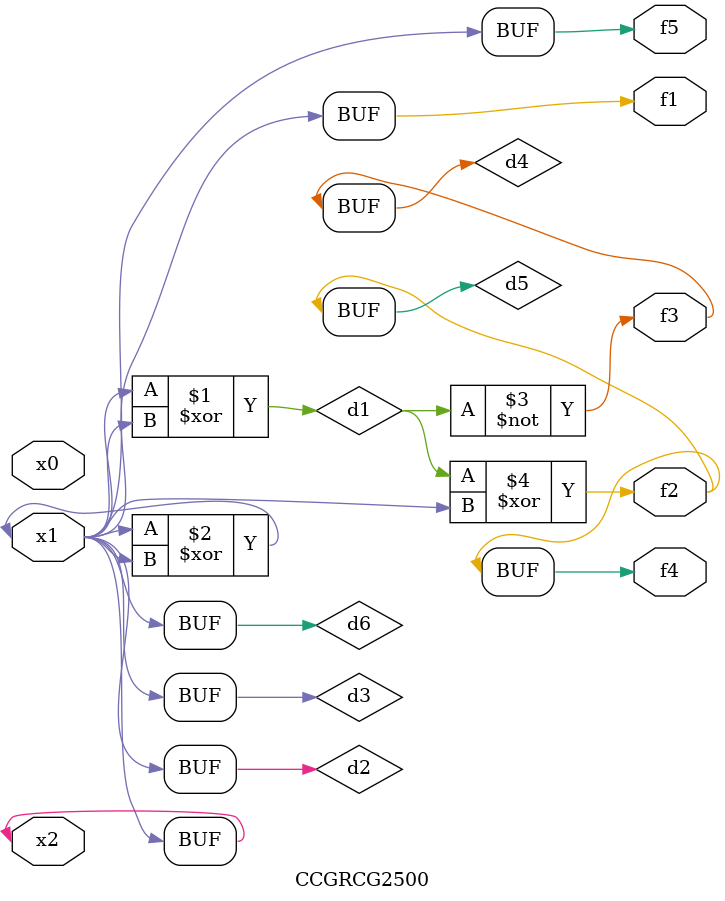
<source format=v>
module CCGRCG2500(
	input x0, x1, x2,
	output f1, f2, f3, f4, f5
);

	wire d1, d2, d3, d4, d5, d6;

	xor (d1, x1, x2);
	buf (d2, x1, x2);
	xor (d3, x1, x2);
	nor (d4, d1);
	xor (d5, d1, d2);
	buf (d6, d2, d3);
	assign f1 = d6;
	assign f2 = d5;
	assign f3 = d4;
	assign f4 = d5;
	assign f5 = d6;
endmodule

</source>
